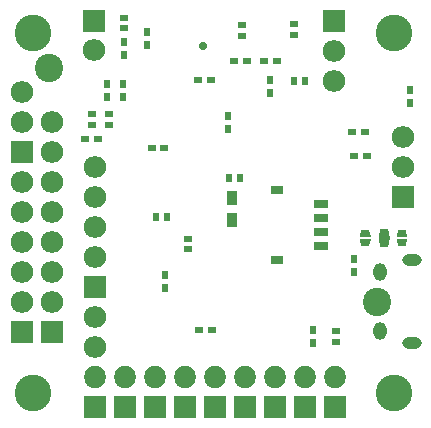
<source format=gbs>
G04 #@! TF.FileFunction,Soldermask,Bot*
%FSLAX46Y46*%
G04 Gerber Fmt 4.6, Leading zero omitted, Abs format (unit mm)*
G04 Created by KiCad (PCBNEW 4.0.4+dfsg1-stable) date Tue Jan  3 20:31:21 2017*
%MOMM*%
%LPD*%
G01*
G04 APERTURE LIST*
%ADD10C,0.100000*%
%ADD11R,0.850000X1.300000*%
%ADD12C,2.400000*%
%ADD13R,1.900000X1.850000*%
%ADD14O,1.900000X1.850000*%
%ADD15R,0.700000X0.600000*%
%ADD16R,0.600000X0.700000*%
%ADD17C,3.100000*%
%ADD18R,0.700000X0.500000*%
%ADD19R,0.500000X0.700000*%
%ADD20C,0.700000*%
%ADD21R,1.300000X0.800000*%
%ADD22R,1.100000X0.800000*%
%ADD23R,1.850000X1.900000*%
%ADD24O,1.850000X1.900000*%
%ADD25O,1.650000X1.000000*%
%ADD26O,1.150000X1.500000*%
G04 APERTURE END LIST*
D10*
D11*
X56800000Y-55850000D03*
X56800000Y-53950000D03*
D12*
X41300000Y-43000000D03*
X69100000Y-62800000D03*
D13*
X45212000Y-61468000D03*
D14*
X45212000Y-58928000D03*
X45212000Y-56388000D03*
X45212000Y-53848000D03*
X45212000Y-51308000D03*
D15*
X49996000Y-49700000D03*
X51096000Y-49700000D03*
X53900000Y-44000000D03*
X55000000Y-44000000D03*
X56970000Y-42350000D03*
X58070000Y-42350000D03*
X60600000Y-42350000D03*
X59500000Y-42350000D03*
D16*
X60050000Y-43950000D03*
X60050000Y-45050000D03*
X47630000Y-40800000D03*
X47630000Y-41900000D03*
D15*
X67150000Y-50450000D03*
X68250000Y-50450000D03*
X55150000Y-65150000D03*
X54050000Y-65150000D03*
D16*
X56450000Y-47000000D03*
X56450000Y-48100000D03*
X63700000Y-65130000D03*
X63700000Y-66230000D03*
D15*
X67000000Y-48400000D03*
X68100000Y-48400000D03*
D16*
X51100000Y-61550000D03*
X51100000Y-60450000D03*
X47564040Y-44301320D03*
X47564040Y-45401320D03*
X67150000Y-59150000D03*
X67150000Y-60250000D03*
X46250000Y-44300000D03*
X46250000Y-45400000D03*
X71900000Y-44840000D03*
X71900000Y-45940000D03*
D17*
X70500000Y-40000000D03*
X70500000Y-70500000D03*
X40000000Y-40000000D03*
X40000000Y-70500000D03*
D18*
X53050000Y-58300000D03*
X53050000Y-57400000D03*
D19*
X57450000Y-52300000D03*
X56550000Y-52300000D03*
D18*
X65600000Y-65250000D03*
X65600000Y-66150000D03*
X44958000Y-47752000D03*
X44958000Y-46852000D03*
D20*
X54390000Y-41110000D03*
D19*
X62950000Y-44025000D03*
X62050000Y-44025000D03*
D18*
X47630000Y-38700000D03*
X47630000Y-39600000D03*
X57650000Y-39325000D03*
X57650000Y-40225000D03*
X62100000Y-39250000D03*
X62100000Y-40150000D03*
D21*
X64375000Y-58050000D03*
X64375000Y-56850000D03*
X64375000Y-55650000D03*
X64375000Y-54450000D03*
D22*
X60600000Y-53300000D03*
X60600000Y-59200000D03*
D16*
X49650000Y-39950000D03*
X49650000Y-41050000D03*
D15*
X45490000Y-49000000D03*
X44390000Y-49000000D03*
D18*
X46400000Y-46850000D03*
X46400000Y-47750000D03*
D23*
X45212000Y-71628000D03*
X47752000Y-71628000D03*
X50292000Y-71628000D03*
X52832000Y-71628000D03*
X55372000Y-71628000D03*
X57912000Y-71628000D03*
X60452000Y-71628000D03*
X62992000Y-71628000D03*
X65532000Y-71628000D03*
D24*
X45212000Y-69088000D03*
X47752000Y-69088000D03*
X50292000Y-69088000D03*
X52832000Y-69088000D03*
X55372000Y-69088000D03*
X57912000Y-69088000D03*
X60452000Y-69088000D03*
X62992000Y-69088000D03*
X65532000Y-69088000D03*
D13*
X45085000Y-38989000D03*
D14*
X45085000Y-41402000D03*
X45212000Y-66548000D03*
X45212000Y-64008000D03*
X41529000Y-50101500D03*
X41529000Y-47561500D03*
D13*
X71310500Y-53848000D03*
D14*
X71310500Y-51308000D03*
X71310500Y-48768000D03*
D13*
X38989000Y-50101500D03*
D14*
X38989000Y-47561500D03*
X38989000Y-45021500D03*
D13*
X65405000Y-38989000D03*
D14*
X65405000Y-41529000D03*
X65405000Y-44069000D03*
D13*
X38989000Y-65341500D03*
D14*
X38989000Y-62801500D03*
X38989000Y-60261500D03*
X38989000Y-57721500D03*
X38989000Y-55181500D03*
X38989000Y-52641500D03*
D13*
X41529000Y-65341500D03*
D14*
X41529000Y-62801500D03*
X41529000Y-60261500D03*
X41529000Y-57721500D03*
X41529000Y-55181500D03*
X41529000Y-52641500D03*
D10*
G36*
X68450000Y-58050000D02*
X67750000Y-58050000D01*
X67650000Y-57410000D01*
X68550000Y-57410000D01*
X68450000Y-58050000D01*
X68450000Y-58050000D01*
G37*
G36*
X68550000Y-57290000D02*
X67650000Y-57290000D01*
X67750000Y-56650000D01*
X68450000Y-56650000D01*
X68550000Y-57290000D01*
X68550000Y-57290000D01*
G37*
G36*
X70050000Y-58075000D02*
X69350000Y-58075000D01*
X69250000Y-57385000D01*
X70150000Y-57385000D01*
X70050000Y-58075000D01*
X70050000Y-58075000D01*
G37*
G36*
X70150000Y-57315000D02*
X69250000Y-57315000D01*
X69350000Y-56625000D01*
X70050000Y-56625000D01*
X70150000Y-57315000D01*
X70150000Y-57315000D01*
G37*
G36*
X71550000Y-58050000D02*
X70850000Y-58050000D01*
X70750000Y-57410000D01*
X71650000Y-57410000D01*
X71550000Y-58050000D01*
X71550000Y-58050000D01*
G37*
G36*
X71650000Y-57290000D02*
X70750000Y-57290000D01*
X70850000Y-56650000D01*
X71550000Y-56650000D01*
X71650000Y-57290000D01*
X71650000Y-57290000D01*
G37*
D19*
X51275000Y-55575000D03*
X50375000Y-55575000D03*
D25*
X72009000Y-59238000D03*
X72009000Y-66238000D03*
D26*
X69309000Y-60238000D03*
X69309000Y-65238000D03*
M02*

</source>
